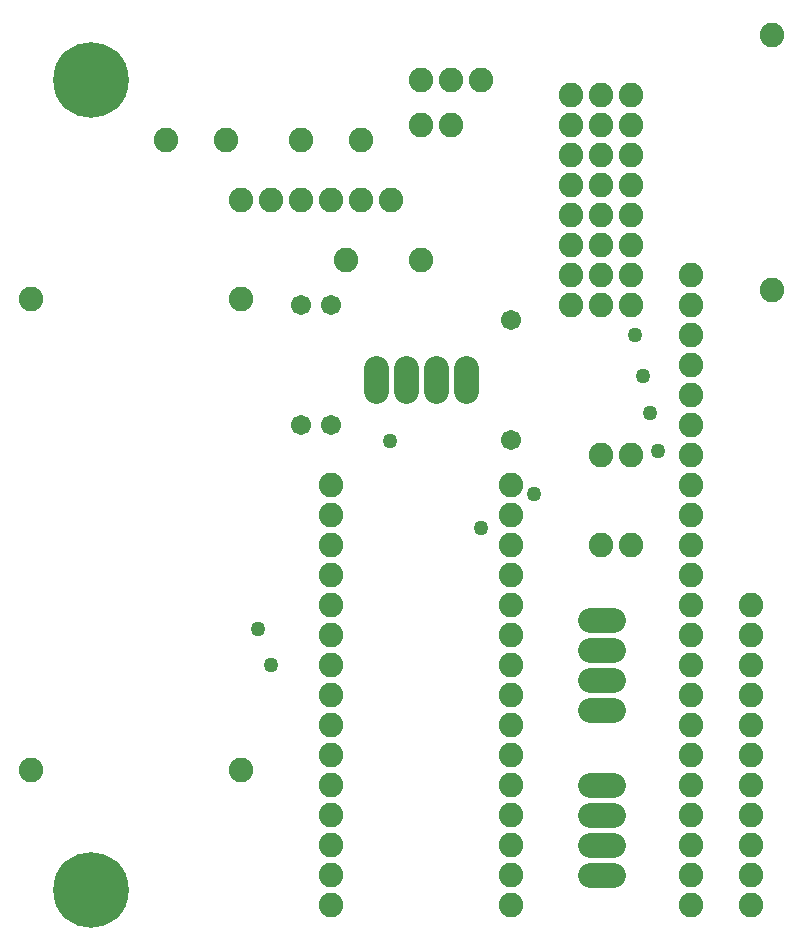
<source format=gbr>
G04 EAGLE Gerber RS-274X export*
G75*
%MOMM*%
%FSLAX34Y34*%
%LPD*%
%INSoldermask Top*%
%IPPOS*%
%AMOC8*
5,1,8,0,0,1.08239X$1,22.5*%
G01*
%ADD10C,2.082800*%
%ADD11C,2.082800*%
%ADD12C,6.400800*%
%ADD13C,1.703200*%
%ADD14C,1.270000*%


D10*
X279400Y393700D03*
X279400Y368300D03*
X279400Y342900D03*
X279400Y317500D03*
X279400Y292100D03*
X279400Y266700D03*
X279400Y241300D03*
X279400Y215900D03*
X279400Y190500D03*
X279400Y165100D03*
X279400Y139700D03*
X279400Y114300D03*
X279400Y88900D03*
X279400Y63500D03*
X279400Y38100D03*
X431800Y38100D03*
X431800Y63500D03*
X431800Y88900D03*
X431800Y114300D03*
X431800Y139700D03*
X431800Y165100D03*
X431800Y190500D03*
X431800Y215900D03*
X431800Y241300D03*
X431800Y266700D03*
X431800Y292100D03*
X431800Y317500D03*
X431800Y342900D03*
X431800Y368300D03*
X431800Y393700D03*
D11*
X498602Y63500D02*
X517398Y63500D01*
X517398Y88900D02*
X498602Y88900D01*
X498602Y114300D02*
X517398Y114300D01*
X517398Y139700D02*
X498602Y139700D01*
X498602Y203200D02*
X517398Y203200D01*
X517398Y228600D02*
X498602Y228600D01*
X498602Y254000D02*
X517398Y254000D01*
X517398Y279400D02*
X498602Y279400D01*
D10*
X355600Y736600D03*
X381000Y736600D03*
X406400Y736600D03*
X355600Y698500D03*
X381000Y698500D03*
D12*
X76200Y50800D03*
X76200Y736600D03*
D10*
X584200Y38100D03*
X584200Y63500D03*
X584200Y88900D03*
X584200Y114300D03*
X584200Y139700D03*
X584200Y165100D03*
X584200Y190500D03*
X584200Y215900D03*
X584200Y241300D03*
X584200Y266700D03*
X584200Y292100D03*
X584200Y317500D03*
X584200Y342900D03*
X584200Y368300D03*
X584200Y393700D03*
X584200Y419100D03*
X584200Y444500D03*
X584200Y469900D03*
X584200Y495300D03*
X584200Y520700D03*
X584200Y546100D03*
X584200Y571500D03*
X508000Y419100D03*
X533400Y419100D03*
X508000Y342900D03*
X533400Y342900D03*
X203200Y551180D03*
X203200Y152400D03*
X25400Y551180D03*
X25400Y152400D03*
X139700Y685800D03*
X190500Y685800D03*
X304800Y685800D03*
X254000Y685800D03*
X482600Y546100D03*
X508000Y546100D03*
X533400Y546100D03*
X482600Y571500D03*
X508000Y571500D03*
X533400Y571500D03*
X482600Y596900D03*
X508000Y596900D03*
X533400Y596900D03*
X482600Y622300D03*
X508000Y622300D03*
X533400Y622300D03*
X482600Y647700D03*
X508000Y647700D03*
X533400Y647700D03*
X482600Y673100D03*
X508000Y673100D03*
X533400Y673100D03*
X482600Y698500D03*
X508000Y698500D03*
X533400Y698500D03*
X482600Y723900D03*
X508000Y723900D03*
X533400Y723900D03*
X635000Y292100D03*
X635000Y266700D03*
X635000Y241300D03*
X635000Y215900D03*
X635000Y190500D03*
X635000Y165100D03*
X635000Y139700D03*
X635000Y114300D03*
X635000Y88900D03*
X635000Y63500D03*
X635000Y38100D03*
D11*
X393700Y473202D02*
X393700Y491998D01*
X368300Y491998D02*
X368300Y473202D01*
X342900Y473202D02*
X342900Y491998D01*
X317500Y491998D02*
X317500Y473202D01*
D10*
X355600Y584200D03*
X292100Y584200D03*
D13*
X254000Y444500D03*
X254000Y546100D03*
X279400Y444500D03*
X279400Y546100D03*
X431800Y533400D03*
X431800Y431800D03*
D10*
X330200Y635000D03*
X304800Y635000D03*
X279400Y635000D03*
X254000Y635000D03*
X228600Y635000D03*
X203200Y635000D03*
X652780Y774700D03*
X652780Y558800D03*
D14*
X406400Y357188D03*
X217488Y271463D03*
X228600Y241300D03*
X328613Y430213D03*
X450850Y385763D03*
X536575Y520700D03*
X542925Y485775D03*
X549275Y454025D03*
X555625Y422275D03*
M02*

</source>
